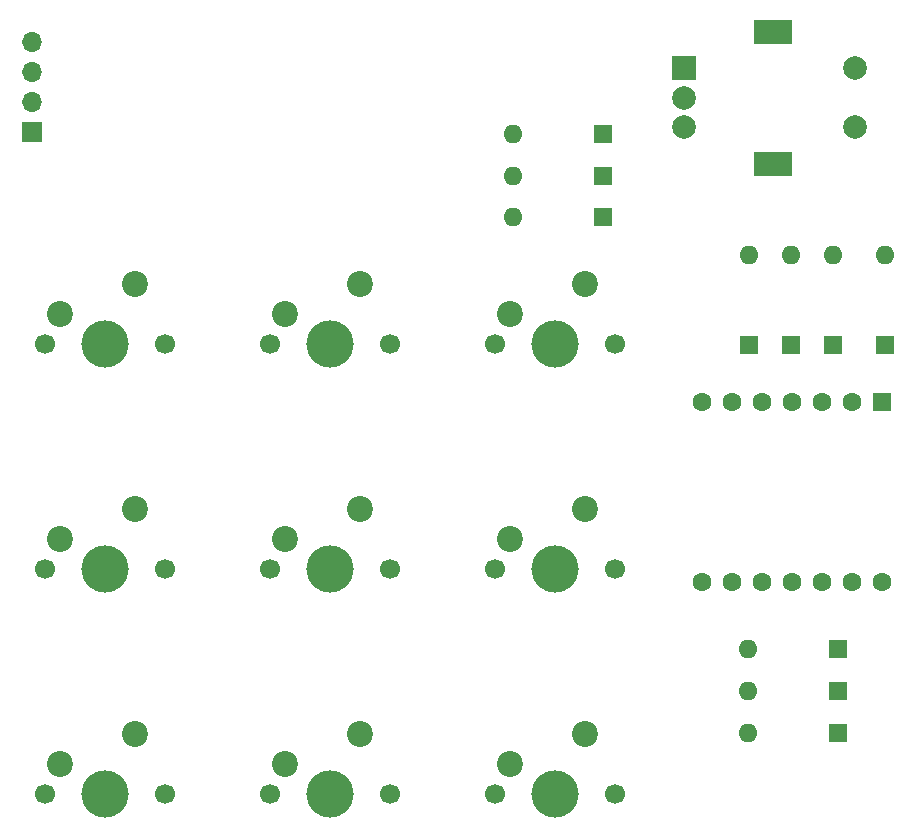
<source format=gbs>
%TF.GenerationSoftware,KiCad,Pcbnew,8.0.6*%
%TF.CreationDate,2024-10-21T20:49:49-03:00*%
%TF.ProjectId,HC Hackpad 1.2,48432048-6163-46b7-9061-6420312e322e,rev?*%
%TF.SameCoordinates,Original*%
%TF.FileFunction,Soldermask,Bot*%
%TF.FilePolarity,Negative*%
%FSLAX46Y46*%
G04 Gerber Fmt 4.6, Leading zero omitted, Abs format (unit mm)*
G04 Created by KiCad (PCBNEW 8.0.6) date 2024-10-21 20:49:49*
%MOMM*%
%LPD*%
G01*
G04 APERTURE LIST*
%ADD10C,1.700000*%
%ADD11C,4.000000*%
%ADD12C,2.200000*%
%ADD13R,1.600000X1.600000*%
%ADD14O,1.600000X1.600000*%
%ADD15R,1.700000X1.700000*%
%ADD16O,1.700000X1.700000*%
%ADD17R,2.000000X2.000000*%
%ADD18C,2.000000*%
%ADD19R,3.200000X2.000000*%
%ADD20C,1.600000*%
G04 APERTURE END LIST*
D10*
%TO.C,S4*%
X92620000Y-91600000D03*
D11*
X97700000Y-91600000D03*
D10*
X102780000Y-91600000D03*
D12*
X100240000Y-86520000D03*
X93890000Y-89060000D03*
%TD*%
D13*
%TO.C,D3*%
X139850000Y-54700000D03*
D14*
X132230000Y-54700000D03*
%TD*%
D15*
%TO.C,J1*%
X91510000Y-54540000D03*
D16*
X91510000Y-52000000D03*
X91510000Y-49460000D03*
X91510000Y-46920000D03*
%TD*%
D10*
%TO.C,S7*%
X92600000Y-110640000D03*
D11*
X97680000Y-110640000D03*
D10*
X102760000Y-110640000D03*
D12*
X100220000Y-105560000D03*
X93870000Y-108100000D03*
%TD*%
D10*
%TO.C,S6*%
X130740000Y-91590000D03*
D11*
X135820000Y-91590000D03*
D10*
X140900000Y-91590000D03*
D12*
X138360000Y-86510000D03*
X132010000Y-89050000D03*
%TD*%
D10*
%TO.C,S3*%
X130710000Y-72540000D03*
D11*
X135790000Y-72540000D03*
D10*
X140870000Y-72540000D03*
D12*
X138330000Y-67460000D03*
X131980000Y-70000000D03*
%TD*%
D13*
%TO.C,D9*%
X159750000Y-98380000D03*
D14*
X152130000Y-98380000D03*
%TD*%
D13*
%TO.C,D6*%
X159360000Y-72640000D03*
D14*
X159360000Y-65020000D03*
%TD*%
D13*
%TO.C,D7*%
X159750000Y-105480000D03*
D14*
X152130000Y-105480000D03*
%TD*%
D10*
%TO.C,S2*%
X111670000Y-72540000D03*
D11*
X116750000Y-72540000D03*
D10*
X121830000Y-72540000D03*
D12*
X119290000Y-67460000D03*
X112940000Y-70000000D03*
%TD*%
D13*
%TO.C,D5*%
X155810000Y-72640000D03*
D14*
X155810000Y-65020000D03*
%TD*%
D13*
%TO.C,D4*%
X152260000Y-72640000D03*
D14*
X152260000Y-65020000D03*
%TD*%
D10*
%TO.C,S8*%
X111680000Y-110650000D03*
D11*
X116760000Y-110650000D03*
D10*
X121840000Y-110650000D03*
D12*
X119300000Y-105570000D03*
X112950000Y-108110000D03*
%TD*%
D13*
%TO.C,D1*%
X139850000Y-61800000D03*
D14*
X132230000Y-61800000D03*
%TD*%
D10*
%TO.C,S1*%
X92610000Y-72550000D03*
D11*
X97690000Y-72550000D03*
D10*
X102770000Y-72550000D03*
D12*
X100230000Y-67470000D03*
X93880000Y-70010000D03*
%TD*%
D10*
%TO.C,S5*%
X111690000Y-91590000D03*
D11*
X116770000Y-91590000D03*
D10*
X121850000Y-91590000D03*
D12*
X119310000Y-86510000D03*
X112960000Y-89050000D03*
%TD*%
D17*
%TO.C,SW1*%
X146740000Y-49170000D03*
D18*
X146740000Y-54170000D03*
X146740000Y-51670000D03*
D19*
X154240000Y-46070000D03*
X154240000Y-57270000D03*
D18*
X161240000Y-54170000D03*
X161240000Y-49170000D03*
%TD*%
D10*
%TO.C,S9*%
X130700000Y-110640000D03*
D11*
X135780000Y-110640000D03*
D10*
X140860000Y-110640000D03*
D12*
X138320000Y-105560000D03*
X131970000Y-108100000D03*
%TD*%
D13*
%TO.C,D8*%
X159750000Y-101930000D03*
D14*
X152130000Y-101930000D03*
%TD*%
D13*
%TO.C,D2*%
X139850000Y-58250000D03*
D14*
X132230000Y-58250000D03*
%TD*%
D13*
%TO.C,U1*%
X163490000Y-77440000D03*
D20*
X160950000Y-77440000D03*
X158410000Y-77440000D03*
X155870000Y-77440000D03*
X153330000Y-77440000D03*
X150790000Y-77440000D03*
X148250000Y-77440000D03*
X148250000Y-92680000D03*
X150790000Y-92680000D03*
X153330000Y-92680000D03*
X155870000Y-92680000D03*
X158410000Y-92680000D03*
X160950000Y-92680000D03*
X163490000Y-92680000D03*
%TD*%
D13*
%TO.C,D10*%
X163720000Y-72590000D03*
D14*
X163720000Y-64970000D03*
%TD*%
M02*

</source>
